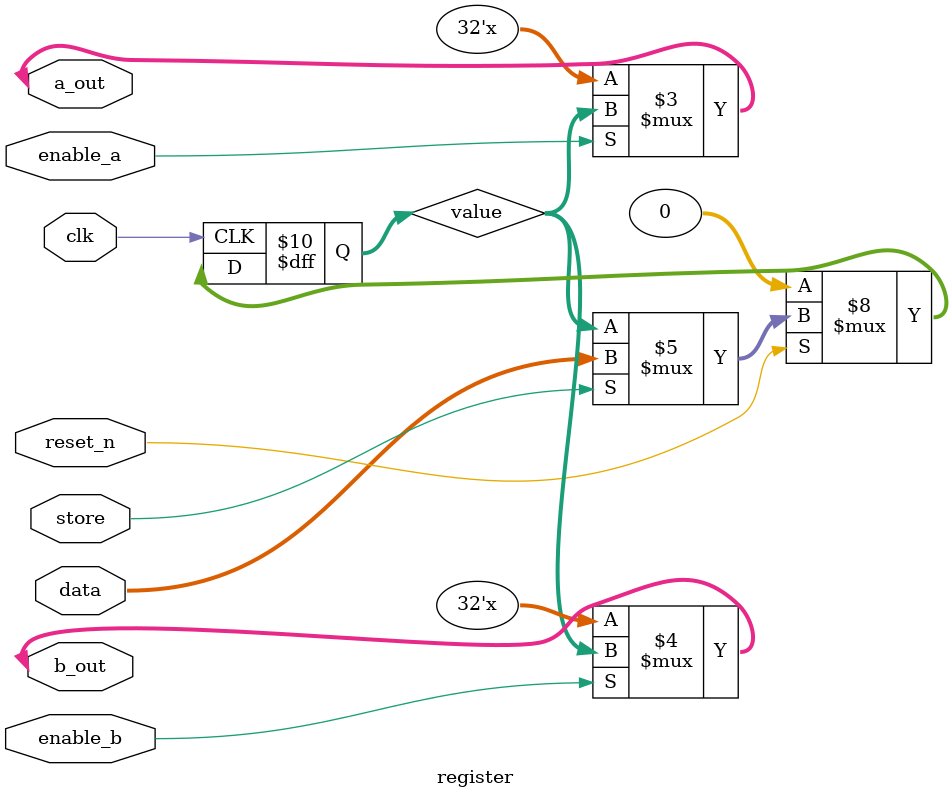
<source format=sv>
`define XLEN 32

module register (
    input logic clk,
    input logic reset_n,
    input logic store,
    input logic enable_a,
    input logic enable_b,
    input logic [`XLEN-1:0] data,
    inout logic [`XLEN-1:0] a_out,
    inout logic [`XLEN-1:0] b_out
);

    reg [`XLEN-1:0] value;

    always @(posedge clk) begin
        if (!reset_n) begin
            value <= `XLEN'b0;
        end else if (store) begin
            value <= data;
        end
    end

    assign a_out = (enable_a) ? value : `XLEN'bz;
    assign b_out = (enable_b) ? value : `XLEN'bz;

endmodule


</source>
